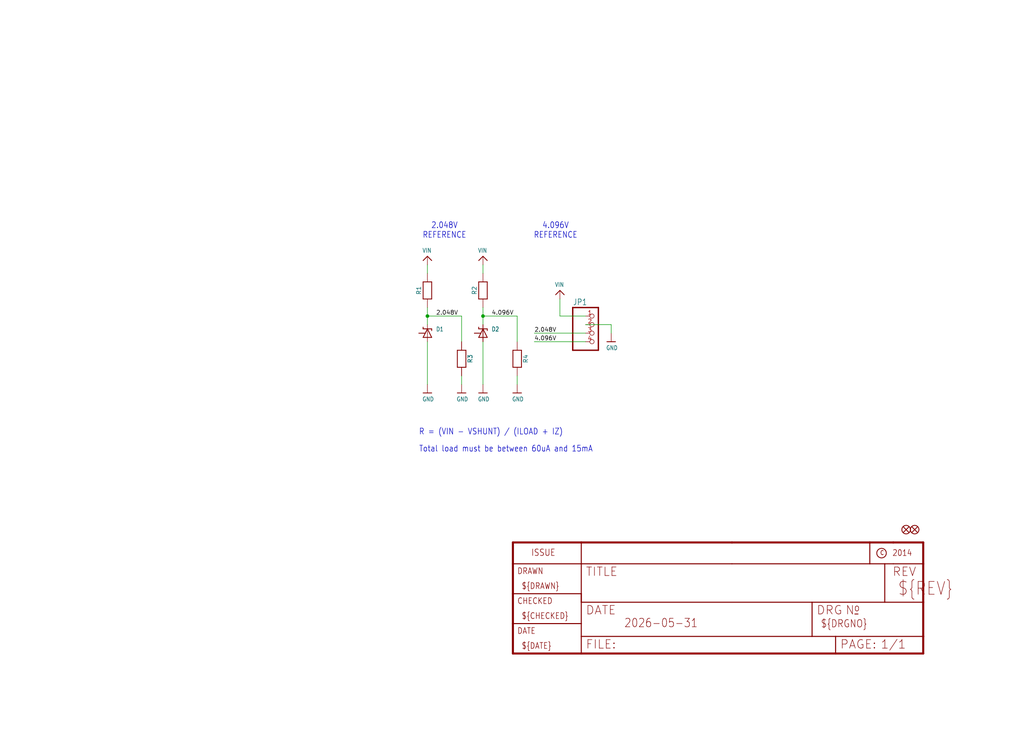
<source format=kicad_sch>
(kicad_sch (version 20231120) (generator "eeschema") (generator_version "8.0")
  (paper "User" 304.267 217.322)
  (lib_symbols
    (symbol "Adafruit LM4040-eagle-import:FIDUCIAL{dblquote}{dblquote}"
      (symbol "FIDUCIAL{dblquote}{dblquote}_1_0"
        (polyline (pts (xy -0.762 0.762) (xy 0.762 -0.762)) (stroke (width 0.254)))
        (polyline (pts (xy 0.762 0.762) (xy -0.762 -0.762)) (stroke (width 0.254)))
        (circle (center 0 0) (radius 1.27) (stroke (width 0.254)))
      )
    )
    (symbol "Adafruit LM4040-eagle-import:FRAME_A4"
      (symbol "FRAME_A4_1_0"
        (polyline (pts (xy 0 44.7675) (xy 3.81 44.7675)))
        (polyline (pts (xy 0 89.535) (xy 3.81 89.535)))
        (polyline (pts (xy 0 134.3025) (xy 3.81 134.3025)))
        (polyline (pts (xy 3.81 3.81) (xy 3.81 175.26)))
        (polyline (pts (xy 43.3917 0) (xy 43.3917 3.81)))
        (polyline (pts (xy 43.3917 175.26) (xy 43.3917 179.07)))
        (polyline (pts (xy 86.7833 0) (xy 86.7833 3.81)))
        (polyline (pts (xy 86.7833 175.26) (xy 86.7833 179.07)))
        (polyline (pts (xy 130.175 0) (xy 130.175 3.81)))
        (polyline (pts (xy 130.175 175.26) (xy 130.175 179.07)))
        (polyline (pts (xy 173.5667 0) (xy 173.5667 3.81)))
        (polyline (pts (xy 173.5667 175.26) (xy 173.5667 179.07)))
        (polyline (pts (xy 216.9583 0) (xy 216.9583 3.81)))
        (polyline (pts (xy 216.9583 175.26) (xy 216.9583 179.07)))
        (polyline (pts (xy 256.54 3.81) (xy 3.81 3.81)))
        (polyline (pts (xy 256.54 3.81) (xy 256.54 8.89)) (stroke (width 0.1016)))
        (polyline (pts (xy 256.54 3.81) (xy 256.54 175.26)))
        (polyline (pts (xy 256.54 8.89) (xy 256.54 13.97)) (stroke (width 0.1016)))
        (polyline (pts (xy 256.54 13.97) (xy 256.54 19.05)) (stroke (width 0.1016)))
        (polyline (pts (xy 256.54 19.05) (xy 256.54 36.83)) (stroke (width 0.1016)))
        (polyline (pts (xy 256.54 44.7675) (xy 260.35 44.7675)))
        (polyline (pts (xy 256.54 89.535) (xy 260.35 89.535)))
        (polyline (pts (xy 256.54 134.3025) (xy 260.35 134.3025)))
        (polyline (pts (xy 256.54 175.26) (xy 3.81 175.26)))
        (polyline (pts (xy 0 0) (xy 260.35 0) (xy 260.35 179.07) (xy 0 179.07) (xy 0 0)))
        (text "1" (at 21.6958 1.905 0) (effects (font (size 2.54 2.286))))
        (text "1" (at 21.6958 177.165 0) (effects (font (size 2.54 2.286))))
        (text "2" (at 65.0875 1.905 0) (effects (font (size 2.54 2.286))))
        (text "2" (at 65.0875 177.165 0) (effects (font (size 2.54 2.286))))
        (text "3" (at 108.4792 1.905 0) (effects (font (size 2.54 2.286))))
        (text "3" (at 108.4792 177.165 0) (effects (font (size 2.54 2.286))))
        (text "4" (at 151.8708 1.905 0) (effects (font (size 2.54 2.286))))
        (text "4" (at 151.8708 177.165 0) (effects (font (size 2.54 2.286))))
        (text "5" (at 195.2625 1.905 0) (effects (font (size 2.54 2.286))))
        (text "5" (at 195.2625 177.165 0) (effects (font (size 2.54 2.286))))
        (text "6" (at 238.6542 1.905 0) (effects (font (size 2.54 2.286))))
        (text "6" (at 238.6542 177.165 0) (effects (font (size 2.54 2.286))))
        (text "A" (at 1.905 156.6863 0) (effects (font (size 2.54 2.286))))
        (text "A" (at 258.445 156.6863 0) (effects (font (size 2.54 2.286))))
        (text "B" (at 1.905 111.9188 0) (effects (font (size 2.54 2.286))))
        (text "B" (at 258.445 111.9188 0) (effects (font (size 2.54 2.286))))
        (text "C" (at 1.905 67.1513 0) (effects (font (size 2.54 2.286))))
        (text "C" (at 258.445 67.1513 0) (effects (font (size 2.54 2.286))))
        (text "D" (at 1.905 22.3838 0) (effects (font (size 2.54 2.286))))
        (text "D" (at 258.445 22.3838 0) (effects (font (size 2.54 2.286))))
      )
      (symbol "FRAME_A4_2_0"
        (polyline (pts (xy 0 1.27) (xy 20.32 1.27)) (stroke (width 0.6096)))
        (polyline (pts (xy 0 10.16) (xy 0 1.27)) (stroke (width 0.6096)))
        (polyline (pts (xy 0 10.16) (xy 20.32 10.16)) (stroke (width 0.3048)))
        (polyline (pts (xy 0 19.05) (xy 0 10.16)) (stroke (width 0.6096)))
        (polyline (pts (xy 0 19.05) (xy 20.32 19.05)) (stroke (width 0.3048)))
        (polyline (pts (xy 0 27.94) (xy 0 19.05)) (stroke (width 0.6096)))
        (polyline (pts (xy 0 27.94) (xy 20.32 27.94)) (stroke (width 0.3048)))
        (polyline (pts (xy 0 34.29) (xy 0 27.94)) (stroke (width 0.6096)))
        (polyline (pts (xy 20.32 1.27) (xy 20.32 6.35)) (stroke (width 0.3048)))
        (polyline (pts (xy 20.32 1.27) (xy 95.885 1.27)) (stroke (width 0.6096)))
        (polyline (pts (xy 20.32 6.35) (xy 20.32 10.16)) (stroke (width 0.3048)))
        (polyline (pts (xy 20.32 6.35) (xy 88.9 6.35)) (stroke (width 0.3048)))
        (polyline (pts (xy 20.32 10.16) (xy 20.32 19.05)) (stroke (width 0.3048)))
        (polyline (pts (xy 20.32 16.51) (xy 20.32 19.05)) (stroke (width 0.3048)))
        (polyline (pts (xy 20.32 19.05) (xy 20.32 27.94)) (stroke (width 0.3048)))
        (polyline (pts (xy 20.32 27.94) (xy 20.32 34.29)) (stroke (width 0.3048)))
        (polyline (pts (xy 20.32 27.94) (xy 65.0875 27.94)) (stroke (width 0.3048)))
        (polyline (pts (xy 20.32 34.29) (xy 0 34.29)) (stroke (width 0.6096)))
        (polyline (pts (xy 65.0875 27.94) (xy 106.045 27.94)) (stroke (width 0.3048)))
        (polyline (pts (xy 65.0875 34.29) (xy 20.32 34.29)) (stroke (width 0.6096)))
        (polyline (pts (xy 88.9 6.35) (xy 95.885 6.35)) (stroke (width 0.3048)))
        (polyline (pts (xy 88.9 16.51) (xy 20.32 16.51)) (stroke (width 0.3048)))
        (polyline (pts (xy 88.9 16.51) (xy 88.9 6.35)) (stroke (width 0.3048)))
        (polyline (pts (xy 95.885 1.27) (xy 121.92 1.27)) (stroke (width 0.6096)))
        (polyline (pts (xy 95.885 6.35) (xy 95.885 1.27)) (stroke (width 0.3048)))
        (polyline (pts (xy 95.885 6.35) (xy 121.92 6.35)) (stroke (width 0.3048)))
        (polyline (pts (xy 101.6 13.0175) (xy 102.5525 13.0175)) (stroke (width 0.254)))
        (polyline (pts (xy 106.045 27.94) (xy 106.045 34.29)) (stroke (width 0.3048)))
        (polyline (pts (xy 106.045 27.94) (xy 110.49 27.94)) (stroke (width 0.3048)))
        (polyline (pts (xy 106.045 34.29) (xy 65.0875 34.29)) (stroke (width 0.6096)))
        (polyline (pts (xy 110.49 16.51) (xy 88.9 16.51)) (stroke (width 0.3048)))
        (polyline (pts (xy 110.49 27.94) (xy 110.49 16.51)) (stroke (width 0.3048)))
        (polyline (pts (xy 110.49 27.94) (xy 113.03 27.94)) (stroke (width 0.3048)))
        (polyline (pts (xy 113.03 27.94) (xy 121.92 27.94)) (stroke (width 0.3048)))
        (polyline (pts (xy 113.03 34.29) (xy 106.045 34.29)) (stroke (width 0.6096)))
        (polyline (pts (xy 121.92 6.35) (xy 121.92 1.27)) (stroke (width 0.6096)))
        (polyline (pts (xy 121.92 16.51) (xy 110.49 16.51)) (stroke (width 0.3048)))
        (polyline (pts (xy 121.92 16.51) (xy 121.92 6.35)) (stroke (width 0.6096)))
        (polyline (pts (xy 121.92 27.94) (xy 121.92 16.51)) (stroke (width 0.6096)))
        (polyline (pts (xy 121.92 34.29) (xy 113.03 34.29)) (stroke (width 0.6096)))
        (polyline (pts (xy 121.92 34.29) (xy 121.92 27.94)) (stroke (width 0.6096)))
        (circle (center 109.5375 31.115) (radius 1.4199) (stroke (width 0.254)))
        (text "${#}/${##}" (at 109.22 2.54 0) (effects (font (size 2.54 2.54)) (justify left bottom)))
        (text "${CHECKED}" (at 2.54 11.43 0) (effects (font (size 1.778 1.5113)) (justify left bottom)))
        (text "${COMPANY}" (at 23.6538 29.3687 0) (effects (font (size 3.175 2.6987) (thickness 0.5397) (bold yes)) (justify left bottom)))
        (text "${CURRENT_DATE}" (at 33.02 8.89 0) (effects (font (size 2.54 2.159)) (justify left bottom)))
        (text "${DATE}" (at 2.54 2.54 0) (effects (font (size 1.778 1.5113)) (justify left bottom)))
        (text "${DRAWN}" (at 2.54 20.32 0) (effects (font (size 1.778 1.5113)) (justify left bottom)))
        (text "${DRGNO}" (at 91.44 8.89 0) (effects (font (size 2.1844 1.8567)) (justify left bottom)))
        (text "${PROJECTNAME}" (at 33.3375 2.54 0) (effects (font (size 2.54 2.159)) (justify left bottom)))
        (text "${REV}" (at 114.3 18.415 0) (effects (font (size 3.81 3.2385)) (justify left bottom)))
        (text "2014" (at 112.7125 30.1625 0) (effects (font (size 1.778 1.5113)) (justify left bottom)))
        (text "C" (at 109.0612 30.48 0) (effects (font (size 1.27 1.0795)) (justify left bottom)))
        (text "CHECKED" (at 1.27 15.875 0) (effects (font (size 1.778 1.5113)) (justify left bottom)))
        (text "DATE" (at 1.27 6.985 0) (effects (font (size 1.778 1.5113)) (justify left bottom)))
        (text "DATE" (at 21.59 12.7 0) (effects (font (size 2.54 2.54)) (justify left bottom)))
        (text "DRAWN" (at 1.27 24.765 0) (effects (font (size 1.778 1.5113)) (justify left bottom)))
        (text "DRG" (at 90.17 12.7 0) (effects (font (size 2.54 2.54)) (justify left bottom)))
        (text "FILE:" (at 21.59 2.54 0) (effects (font (size 2.54 2.54)) (justify left bottom)))
        (text "ISSUE" (at 5.3975 30.1625 0) (effects (font (size 1.9304 1.6408)) (justify left bottom)))
        (text "N" (at 98.7425 12.7 0) (effects (font (size 2.54 2.54)) (justify left bottom)))
        (text "o" (at 101.2825 13.6525 0) (effects (font (size 2.1844 1.8567)) (justify left bottom)))
        (text "PAGE:" (at 97.155 2.54 0) (effects (font (size 2.54 2.54)) (justify left bottom)))
        (text "REV" (at 112.7125 24.13 0) (effects (font (size 2.54 2.54)) (justify left bottom)))
        (text "TITLE" (at 21.59 24.13 0) (effects (font (size 2.54 2.54)) (justify left bottom)))
      )
    )
    (symbol "Adafruit LM4040-eagle-import:GND" (power)
      (symbol "GND_1_0"
        (polyline (pts (xy -1.27 0) (xy 1.27 0)) (stroke (width 0.254)))
        (pin power_in line (at 0 2.54 270) (length 2.54) (name "GND") (number "1"))
      )
    )
    (symbol "Adafruit LM4040-eagle-import:HEADER-1X4ROUND"
      (property "Reference" "JP" (at -6.35 8.255 0))
      (symbol "HEADER-1X4ROUND_1_0"
        (polyline (pts (xy -6.35 -5.08) (xy 1.27 -5.08)) (stroke (width 0.4064)))
        (polyline (pts (xy -6.35 7.62) (xy -6.35 -5.08)) (stroke (width 0.4064)))
        (polyline (pts (xy 1.27 -5.08) (xy 1.27 7.62)) (stroke (width 0.4064)))
        (polyline (pts (xy 1.27 7.62) (xy -6.35 7.62)) (stroke (width 0.4064)))
        (pin passive inverted (at -2.54 5.08 0) (length 2.54) (name "1") (number "1"))
        (pin passive inverted (at -2.54 2.54 0) (length 2.54) (name "2") (number "2"))
        (pin passive inverted (at -2.54 0 0) (length 2.54) (name "3") (number "3"))
        (pin passive inverted (at -2.54 -2.54 0) (length 2.54) (name "4") (number "4"))
      )
    )
    (symbol "Adafruit LM4040-eagle-import:RESISTOR0805_NOOUTLINE"
      (property "Reference" "R" (at 0 2.54 0))
      (symbol "RESISTOR0805_NOOUTLINE_1_0"
        (polyline (pts (xy -2.54 -1.27) (xy -2.54 1.27)) (stroke (width 0.254)))
        (polyline (pts (xy -2.54 1.27) (xy 2.54 1.27)) (stroke (width 0.254)))
        (polyline (pts (xy 2.54 -1.27) (xy -2.54 -1.27)) (stroke (width 0.254)))
        (polyline (pts (xy 2.54 1.27) (xy 2.54 -1.27)) (stroke (width 0.254)))
        (pin passive line (at -5.08 0 0) (length 2.54) (name "1") (number "1"))
        (pin passive line (at 5.08 0 180) (length 2.54) (name "2") (number "2"))
      )
    )
    (symbol "Adafruit LM4040-eagle-import:VIN" (power)
      (symbol "VIN_1_0"
        (polyline (pts (xy -1.27 -1.27) (xy 0 0)) (stroke (width 0.254)))
        (polyline (pts (xy 0 0) (xy 1.27 -1.27)) (stroke (width 0.254)))
        (pin power_in line (at 0 -2.54 90) (length 2.54) (name "VIN") (number "1"))
      )
    )
    (symbol "Adafruit LM4040-eagle-import:VREF_SHUNT"
      (property "Reference" "D" (at 2.54 0.4826 0))
      (symbol "VREF_SHUNT_1_0"
        (polyline (pts (xy -2.54 0) (xy -0.635 0)) (stroke (width 0.254)))
        (polyline (pts (xy -1.27 -1.27) (xy 1.27 -1.27)) (stroke (width 0.254)))
        (polyline (pts (xy -1.27 1.27) (xy -1.27 1.778)) (stroke (width 0.254)))
        (polyline (pts (xy -1.27 1.27) (xy 0 1.27)) (stroke (width 0.254)))
        (polyline (pts (xy -0.635 0) (xy -1.27 -1.27)) (stroke (width 0.254)))
        (polyline (pts (xy 0 1.27) (xy -0.635 0)) (stroke (width 0.254)))
        (polyline (pts (xy 0 1.27) (xy 1.27 1.27)) (stroke (width 0.254)))
        (polyline (pts (xy 1.27 -1.27) (xy 0 1.27)) (stroke (width 0.254)))
        (polyline (pts (xy 1.27 1.27) (xy 1.27 0.762)) (stroke (width 0.254)))
        (pin passive line (at 0 2.54 270) (length 2.54) (name "+") (number "1"))
        (pin passive line (at 0 -2.54 90) (length 2.54) (name "-") (number "2"))
        (pin passive line (at -2.54 0 0) (length 0) (name "NC") (number "3"))
      )
    )
  )
  (junction (at 143.51 93.98))
  (junction (at 127 93.98))
  (wire (pts (xy 173.99 101.6) (xy 158.75 101.6)) (stroke (width 0.1524)))
  (wire (pts (xy 143.51 93.98) (xy 153.67 93.98)) (stroke (width 0.1524)))
  (wire (pts (xy 127 101.6) (xy 127 114.3)) (stroke (width 0.1524)))
  (wire (pts (xy 143.51 101.6) (xy 143.51 114.3)) (stroke (width 0.1524)))
  (wire (pts (xy 143.51 96.52) (xy 143.51 93.98)) (stroke (width 0.1524)))
  (wire (pts (xy 173.99 99.06) (xy 158.75 99.06)) (stroke (width 0.1524)))
  (wire (pts (xy 127 93.98) (xy 127 91.44)) (stroke (width 0.1524)))
  (wire (pts (xy 181.61 96.52) (xy 181.61 99.06)) (stroke (width 0.1524)))
  (wire (pts (xy 143.51 93.98) (xy 143.51 91.44)) (stroke (width 0.1524)))
  (wire (pts (xy 137.16 111.76) (xy 137.16 114.3)) (stroke (width 0.1524)))
  (wire (pts (xy 173.99 96.52) (xy 181.61 96.52)) (stroke (width 0.1524)))
  (wire (pts (xy 153.67 93.98) (xy 153.67 101.6)) (stroke (width 0.1524)))
  (wire (pts (xy 166.37 93.98) (xy 166.37 88.9)) (stroke (width 0.1524)))
  (wire (pts (xy 137.16 93.98) (xy 137.16 101.6)) (stroke (width 0.1524)))
  (wire (pts (xy 127 81.28) (xy 127 78.74)) (stroke (width 0.1524)))
  (wire (pts (xy 127 93.98) (xy 137.16 93.98)) (stroke (width 0.1524)))
  (wire (pts (xy 143.51 81.28) (xy 143.51 78.74)) (stroke (width 0.1524)))
  (wire (pts (xy 173.99 93.98) (xy 166.37 93.98)) (stroke (width 0.1524)))
  (wire (pts (xy 127 96.52) (xy 127 93.98)) (stroke (width 0.1524)))
  (wire (pts (xy 153.67 111.76) (xy 153.67 114.3)) (stroke (width 0.1524)))
  (text "Total load must be between 60uA and 15mA" (at 124.46 134.62 0) (effects (font (size 1.778 1.5113)) (justify left bottom)))
  (text "2.048V\nREFERENCE" (at 132.08 68.58 0) (effects (font (size 1.778 1.5113))))
  (text "R = (VIN - VSHUNT) / (ILOAD + IZ)" (at 124.46 129.54 0) (effects (font (size 1.778 1.5113)) (justify left bottom)))
  (text "4.096V\nREFERENCE" (at 165.1 68.58 0) (effects (font (size 1.778 1.5113))))
  (label "4.096V" (at 158.75 101.6 0) (effects (font (size 1.2446 1.2446))))
  (label "2.048V" (at 129.54 93.98 0) (effects (font (size 1.2446 1.2446))))
  (label "4.096V" (at 146.05 93.98 0) (effects (font (size 1.2446 1.2446))))
  (label "2.048V" (at 158.75 99.06 0) (effects (font (size 1.2446 1.2446))))
  (symbol (lib_id "Adafruit LM4040-eagle-import:GND") (at 127 116.84 0) (unit 1)
    (property "Reference" "#U$1" (effects (hide yes)))
    (property "Value" "GND" (at 125.476 119.38 0) (effects (font (size 1.27 1.0795)) (justify left bottom)))
  )
  (symbol (lib_id "Adafruit LM4040-eagle-import:HEADER-1X4ROUND") (at 176.53 99.06 0) (unit 1)
    (property "Reference" "JP1" (at 170.18 90.805 0) (effects (font (size 1.778 1.5113)) (justify left bottom)))
    (property "Value" "HEADER-1X4ROUND" (effects (hide yes)))
    (property "Footprint" "Adafruit LM4040:1X04_ROUND" (effects (hide yes)))
  )
  (symbol (lib_id "Adafruit LM4040-eagle-import:RESISTOR0805_NOOUTLINE") (at 127 86.36 90) (unit 1)
    (property "Reference" "R1" (at 124.46 86.36 0))
    (property "Value" "RESISTOR0805_NOOUTLINE" (effects (hide yes)))
    (property "Footprint" "Adafruit LM4040:0805-NO" (effects (hide yes)))
  )
  (symbol (lib_id "Adafruit LM4040-eagle-import:RESISTOR0805_NOOUTLINE") (at 143.51 86.36 90) (unit 1)
    (property "Reference" "R2" (at 140.97 86.36 0))
    (property "Value" "RESISTOR0805_NOOUTLINE" (effects (hide yes)))
    (property "Footprint" "Adafruit LM4040:0805-NO" (effects (hide yes)))
  )
  (symbol (lib_id "Adafruit LM4040-eagle-import:VREF_SHUNT") (at 127 99.06 0) (unit 1)
    (property "Reference" "D1" (at 129.54 98.5774 0) (effects (font (size 1.27 1.0795)) (justify left bottom)))
    (property "Value" "VREF_SHUNT" (effects (hide yes)))
    (property "Footprint" "Adafruit LM4040:SOT23-R" (effects (hide yes)))
  )
  (symbol (lib_id "Adafruit LM4040-eagle-import:GND") (at 181.61 101.6 0) (unit 1)
    (property "Reference" "#U$12" (effects (hide yes)))
    (property "Value" "GND" (at 180.086 104.14 0) (effects (font (size 1.27 1.0795)) (justify left bottom)))
  )
  (symbol (lib_id "Adafruit LM4040-eagle-import:VIN") (at 143.51 76.2 0) (unit 1)
    (property "Reference" "#U$8" (effects (hide yes)))
    (property "Value" "VIN" (at 141.986 75.184 0) (effects (font (size 1.27 1.0795)) (justify left bottom)))
  )
  (symbol (lib_id "Adafruit LM4040-eagle-import:GND") (at 143.51 116.84 0) (unit 1)
    (property "Reference" "#U$2" (effects (hide yes)))
    (property "Value" "GND" (at 141.986 119.38 0) (effects (font (size 1.27 1.0795)) (justify left bottom)))
  )
  (symbol (lib_id "Adafruit LM4040-eagle-import:GND") (at 153.67 116.84 0) (unit 1)
    (property "Reference" "#U$4" (effects (hide yes)))
    (property "Value" "GND" (at 152.146 119.38 0) (effects (font (size 1.27 1.0795)) (justify left bottom)))
  )
  (symbol (lib_id "Adafruit LM4040-eagle-import:VREF_SHUNT") (at 143.51 99.06 0) (unit 1)
    (property "Reference" "D2" (at 146.05 98.5774 0) (effects (font (size 1.27 1.0795)) (justify left bottom)))
    (property "Value" "VREF_SHUNT" (effects (hide yes)))
    (property "Footprint" "Adafruit LM4040:SOT23-R" (effects (hide yes)))
  )
  (symbol (lib_id "Adafruit LM4040-eagle-import:FIDUCIAL{dblquote}{dblquote}") (at 269.24 157.48 0) (unit 1)
    (property "Reference" "FID2" (effects (hide yes)))
    (property "Value" "FIDUCIAL{dblquote}{dblquote}" (effects (hide yes)))
    (property "Footprint" "Adafruit LM4040:FIDUCIAL_1MM" (effects (hide yes)))
  )
  (symbol (lib_id "Adafruit LM4040-eagle-import:FIDUCIAL{dblquote}{dblquote}") (at 271.78 157.48 0) (unit 1)
    (property "Reference" "FID1" (effects (hide yes)))
    (property "Value" "FIDUCIAL{dblquote}{dblquote}" (effects (hide yes)))
    (property "Footprint" "Adafruit LM4040:FIDUCIAL_1MM" (effects (hide yes)))
  )
  (symbol (lib_id "Adafruit LM4040-eagle-import:FRAME_A4") (at 152.4 195.58 0) (unit 2)
    (property "Reference" "#FRAME1" (effects (hide yes)))
    (property "Value" "FRAME_A4" (effects (hide yes)))
  )
  (symbol (lib_id "Adafruit LM4040-eagle-import:VIN") (at 127 76.2 0) (unit 1)
    (property "Reference" "#U$7" (effects (hide yes)))
    (property "Value" "VIN" (at 125.476 75.184 0) (effects (font (size 1.27 1.0795)) (justify left bottom)))
  )
  (symbol (lib_id "Adafruit LM4040-eagle-import:VIN") (at 166.37 86.36 0) (unit 1)
    (property "Reference" "#U$9" (effects (hide yes)))
    (property "Value" "VIN" (at 164.846 85.344 0) (effects (font (size 1.27 1.0795)) (justify left bottom)))
  )
  (symbol (lib_id "Adafruit LM4040-eagle-import:GND") (at 137.16 116.84 0) (unit 1)
    (property "Reference" "#U$3" (effects (hide yes)))
    (property "Value" "GND" (at 135.636 119.38 0) (effects (font (size 1.27 1.0795)) (justify left bottom)))
  )
  (symbol (lib_id "Adafruit LM4040-eagle-import:RESISTOR0805_NOOUTLINE") (at 137.16 106.68 270) (unit 1)
    (property "Reference" "R3" (at 139.7 106.68 0))
    (property "Value" "RESISTOR0805_NOOUTLINE" (effects (hide yes)))
    (property "Footprint" "Adafruit LM4040:0805-NO" (effects (hide yes)))
  )
  (symbol (lib_id "Adafruit LM4040-eagle-import:RESISTOR0805_NOOUTLINE") (at 153.67 106.68 270) (unit 1)
    (property "Reference" "R4" (at 156.21 106.68 0))
    (property "Value" "RESISTOR0805_NOOUTLINE" (effects (hide yes)))
    (property "Footprint" "Adafruit LM4040:0805-NO" (effects (hide yes)))
  )
)
</source>
